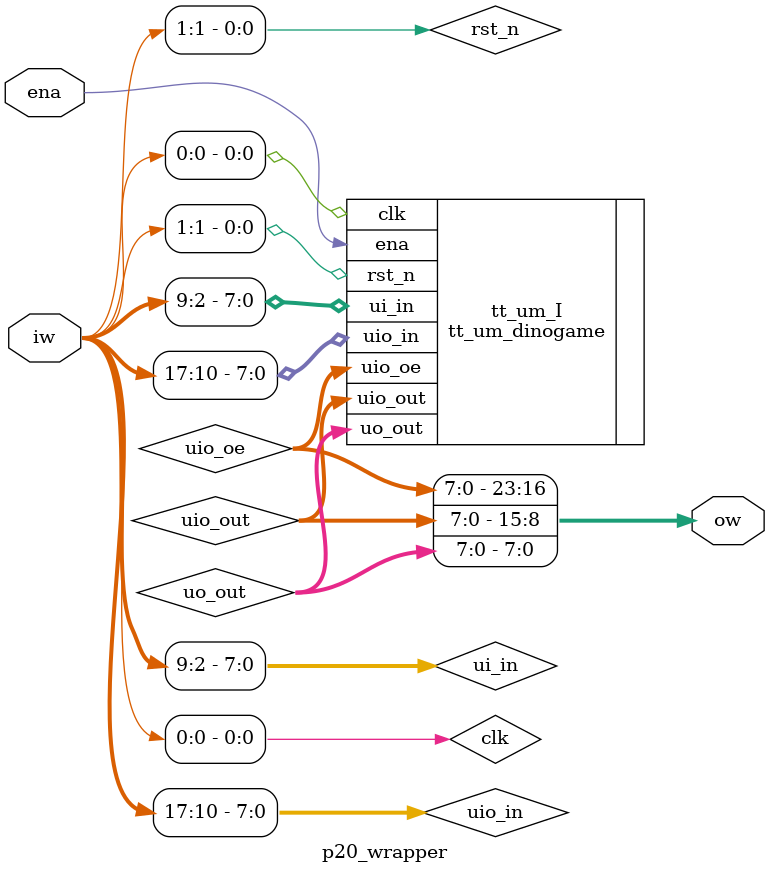
<source format=v>
`default_nettype none

module p20_wrapper (
  input wire ena,
  input wire [17:0] iw,
  output wire [23:0] ow
);

wire [7:0] uio_in;
wire [7:0] uio_out;
wire [7:0] uio_oe;
wire [7:0] uo_out;
wire [7:0] ui_in;
wire clk;
wire rst_n;

assign { uio_in, ui_in, rst_n, clk } = iw;
assign ow = { uio_oe, uio_out, uo_out };

tt_um_dinogame tt_um_I (
  .uio_in  (uio_in),
  .uio_out (uio_out),
  .uio_oe  (uio_oe),
  .uo_out  (uo_out),
  .ui_in   (ui_in),
  .ena     (ena),
  .clk     (clk),
  .rst_n   (rst_n)
);

endmodule

</source>
